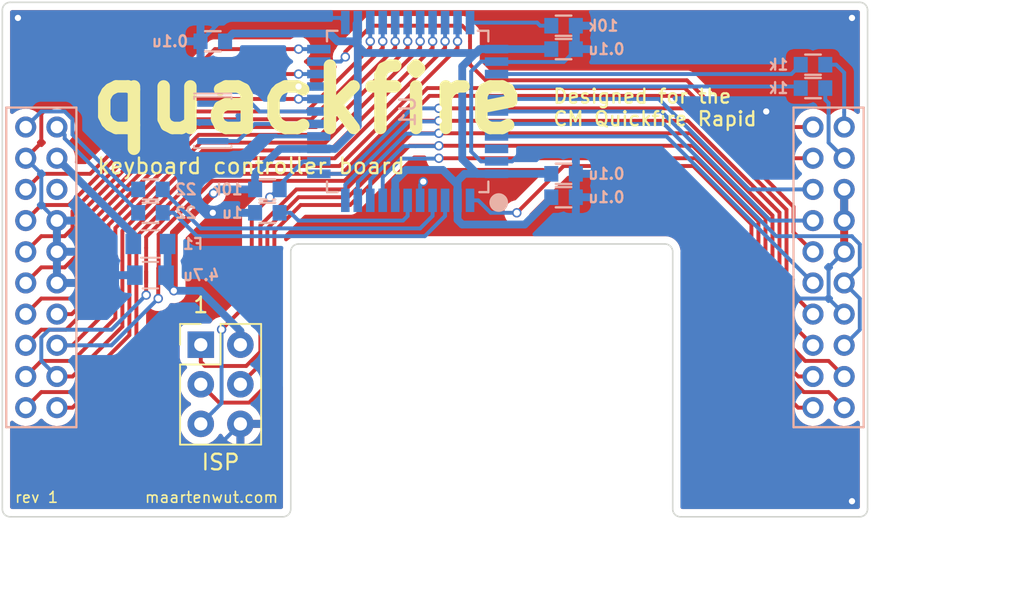
<source format=kicad_pcb>
(kicad_pcb (version 20200724) (host pcbnew "(5.99.0-2560-gff3d5f0de-dirty)")
  (layers (0 "F.Cu" signal) (31 "B.Cu" signal) (34 "B.Paste" user) (35 "F.Paste" user) (36 "B.SilkS" user) (37 "F.SilkS" user) (38 "B.Mask" user) (39 "F.Mask" user) (44 "Edge.Cuts" user))
  (net 0 "")
  (net 1 "GND")
  (net 2 "VCC")
  (net 3 "Net-(C108-Pad1)")
  (net 4 "D+")
  (net 5 "D-")
  (net 6 "col1")
  (net 7 "col10")
  (net 8 "col12")
  (net 9 "MOSI")
  (net 10 "MISO")
  (net 11 "Net-(H2-Pad4)")
  (net 12 "Net-(H2-Pad2)")
  (net 13 "SCK")
  (net 14 "Net-(R103-Pad1)")
  (net 15 "Net-(R104-Pad1)")
  (net 16 "col3")
  (net 17 "col4")
  (net 18 "col5")
  (net 19 "col6")
  (net 20 "col7")
  (net 21 "col8")
  (net 22 "col9")
  (net 23 "col11")
  (net 24 "col13")
  (net 25 "col14")
  (net 26 "row7")
  (net 27 "row6")
  (net 28 "row4")
  (net 29 "row3")
  (net 30 "row2")
  (net 31 "row1")
  (net 32 "row0")
  (net 33 "RST")
  (net 34 "LED_caps")
  (net 35 "LED_scroll")
  (net 36 "Net-(U1-Pad16)")
  (net 37 "Net-(U1-Pad17)")
  (net 38 "Net-(F1-Pad1)")
  (net 39 "Net-(R102-Pad1)")
  (module "footprints:PinHeader_2x10_P2.00mm_Vertical" (layer "F.Cu") (at 1.5 8)
    (fp_text reference "H1" hide)
    (fp_text value "Left")
    (pad "1" thru_hole circle (at 0 0) (size 1.35 1.35) (drill 0.8) (layers *.Cu *.Mask) (net 4 "D+"))
    (pad "2" thru_hole oval (at 2 0) (size 1.35 1.35) (drill 0.8) (layers *.Cu *.Mask) (net 5 "D-"))
    (pad "3" thru_hole oval (at 0 2) (size 1.35 1.35) (drill 0.8) (layers *.Cu *.Mask) (net 1 "GND"))
    (pad "4" thru_hole oval (at 2 2) (size 1.35 1.35) (drill 0.8) (layers *.Cu *.Mask) (net 38 "Net-(F1-Pad1)"))
    (pad "5" thru_hole oval (at 0 4) (size 1.35 1.35) (drill 0.8) (layers *.Cu *.Mask) (net 16 "col3"))
    (pad "6" thru_hole oval (at 2 4) (size 1.35 1.35) (drill 0.8) (layers *.Cu *.Mask))
    (pad "7" thru_hole oval (at 0 6) (size 1.35 1.35) (drill 0.8) (layers *.Cu *.Mask) (net 17 "col4"))
    (pad "8" thru_hole oval (at 2 6) (size 1.35 1.35) (drill 0.8) (layers *.Cu *.Mask) (net 1 "GND"))
    (pad "9" thru_hole oval (at 0 8) (size 1.35 1.35) (drill 0.8) (layers *.Cu *.Mask) (net 18 "col5"))
    (pad "10" thru_hole oval (at 2 8) (size 1.35 1.35) (drill 0.8) (layers *.Cu *.Mask) (net 1 "GND"))
    (pad "11" thru_hole oval (at 0 10) (size 1.35 1.35) (drill 0.8) (layers *.Cu *.Mask) (net 19 "col6"))
    (pad "12" thru_hole oval (at 2 10) (size 1.35 1.35) (drill 0.8) (layers *.Cu *.Mask) (net 1 "GND"))
    (pad "13" thru_hole oval (at 0 12) (size 1.35 1.35) (drill 0.8) (layers *.Cu *.Mask) (net 20 "col7"))
    (pad "14" thru_hole oval (at 2 12) (size 1.35 1.35) (drill 0.8) (layers *.Cu *.Mask) (net 21 "col8"))
    (pad "15" thru_hole oval (at 0 14) (size 1.35 1.35) (drill 0.8) (layers *.Cu *.Mask) (net 22 "col9"))
    (pad "16" thru_hole oval (at 2 14) (size 1.35 1.35) (drill 0.8) (layers *.Cu *.Mask) (net 7 "col10"))
    (pad "17" thru_hole oval (at 0 16) (size 1.35 1.35) (drill 0.8) (layers *.Cu *.Mask) (net 23 "col11"))
    (pad "18" thru_hole oval (at 2 16) (size 1.35 1.35) (drill 0.8) (layers *.Cu *.Mask) (net 8 "col12"))
    (pad "19" thru_hole oval (at 0 18) (size 1.35 1.35) (drill 0.8) (layers *.Cu *.Mask) (net 24 "col13"))
    (pad "20" thru_hole oval (at 2 18) (size 1.35 1.35) (drill 0.8) (layers *.Cu *.Mask) (net 25 "col14"))
  )
  (module "footprints:PinHeader_2x10_P2.00mm_Vertical" (layer "F.Cu") (at 52 8)
    (fp_text reference "H2" hide)
    (fp_text value "Right")
    (pad "1" thru_hole circle (at 0 0) (size 1.35 1.35) (drill 0.8) (layers *.Cu *.Mask) (net 32 "row0"))
    (pad "2" thru_hole oval (at 2 0) (size 1.35 1.35) (drill 0.8) (layers *.Cu *.Mask) (net 12 "Net-(H2-Pad2)"))
    (pad "3" thru_hole oval (at 0 2) (size 1.35 1.35) (drill 0.8) (layers *.Cu *.Mask) (net 8 "col12"))
    (pad "4" thru_hole oval (at 2 2) (size 1.35 1.35) (drill 0.8) (layers *.Cu *.Mask) (net 11 "Net-(H2-Pad4)"))
    (pad "5" thru_hole oval (at 0 4) (size 1.35 1.35) (drill 0.8) (layers *.Cu *.Mask) (net 31 "row1"))
    (pad "6" thru_hole oval (at 2 4) (size 1.35 1.35) (drill 0.8) (layers *.Cu *.Mask) (net 1 "GND"))
    (pad "7" thru_hole oval (at 0 6) (size 1.35 1.35) (drill 0.8) (layers *.Cu *.Mask) (net 30 "row2"))
    (pad "8" thru_hole oval (at 2 6) (size 1.35 1.35) (drill 0.8) (layers *.Cu *.Mask) (net 1 "GND"))
    (pad "9" thru_hole oval (at 0 8) (size 1.35 1.35) (drill 0.8) (layers *.Cu *.Mask) (net 7 "col10"))
    (pad "10" thru_hole oval (at 2 8) (size 1.35 1.35) (drill 0.8) (layers *.Cu *.Mask) (net 1 "GND"))
    (pad "11" thru_hole oval (at 0 10) (size 1.35 1.35) (drill 0.8) (layers *.Cu *.Mask) (net 29 "row3"))
    (pad "12" thru_hole oval (at 2 10) (size 1.35 1.35) (drill 0.8) (layers *.Cu *.Mask) (net 6 "col1"))
    (pad "13" thru_hole oval (at 0 12) (size 1.35 1.35) (drill 0.8) (layers *.Cu *.Mask) (net 28 "row4"))
    (pad "14" thru_hole oval (at 2 12) (size 1.35 1.35) (drill 0.8) (layers *.Cu *.Mask) (net 1 "GND"))
    (pad "15" thru_hole oval (at 0 14) (size 1.35 1.35) (drill 0.8) (layers *.Cu *.Mask) (net 10 "MISO"))
    (pad "16" thru_hole oval (at 2 14) (size 1.35 1.35) (drill 0.8) (layers *.Cu *.Mask) (net 6 "col1"))
    (pad "17" thru_hole oval (at 0 16) (size 1.35 1.35) (drill 0.8) (layers *.Cu *.Mask) (net 13 "SCK"))
    (pad "18" thru_hole oval (at 2 16) (size 1.35 1.35) (drill 0.8) (layers *.Cu *.Mask) (net 9 "MOSI"))
    (pad "19" thru_hole oval (at 0 18) (size 1.35 1.35) (drill 0.8) (layers *.Cu *.Mask) (net 27 "row6"))
    (pad "20" thru_hole oval (at 2 18) (size 1.35 1.35) (drill 0.8) (layers *.Cu *.Mask) (net 26 "row7"))
  )
  (module "Keeb_components:isp_standard" (layer "F.Cu") (at 14 24.5)
    (fp_text reference "J1" hide)
    (fp_text value "ISP" (at 0 5 180) (layer "F.SilkS"))
    (fp_text user "1" (at -1.27 -5.08) (layer "F.SilkS"))
    (pad "1" thru_hole rect (at -1.27 -2.54) (size 1.7 1.7) (drill 0.85) (layers *.Cu *.Mask) (net 10 "MISO"))
    (pad "2" thru_hole oval (at 1.27 -2.54) (size 1.7 1.7) (drill 0.85) (layers *.Cu *.Mask) (net 2 "VCC"))
    (pad "3" thru_hole oval (at -1.27 0) (size 1.7 1.7) (drill 0.85) (layers *.Cu *.Mask) (net 13 "SCK"))
    (pad "4" thru_hole oval (at 1.27 0) (size 1.7 1.7) (drill 0.85) (layers *.Cu *.Mask) (net 9 "MOSI"))
    (pad "5" thru_hole oval (at -1.27 2.54) (size 1.7 1.7) (drill 0.85) (layers *.Cu *.Mask) (net 33 "RST"))
    (pad "6" thru_hole oval (at 1.27 2.54) (size 1.7 1.7) (drill 0.85) (layers *.Cu *.Mask) (net 1 "GND"))
  )
  (module "Keeb_components:C_0603" (layer "B.Cu") (at 36 11)
    (fp_text reference "C106" hide)
    (fp_text value "0.1u" (at 1.5 0) (layer "B.SilkS") (effects (font (size 0.7 0.7)) (justify right mirror)))
    (pad "1" smd rect (at -0.7875 0) (size 0.9 1) (layers "B.Cu" "B.Paste" "B.Mask") (net 2 "VCC"))
    (pad "2" smd rect (at 0.7875 0) (size 0.9 1) (layers "B.Cu" "B.Paste" "B.Mask") (net 1 "GND"))
  )
  (module "Keeb_components:C_0603" (layer "B.Cu") (at 17 13.5 180)
    (fp_text reference "C108" hide)
    (fp_text value "1u" (at 1.5 0 180) (layer "B.SilkS") (effects (font (size 0.7 0.7)) (justify left mirror)))
    (pad "1" smd rect (at -0.7875 0 180) (size 0.9 1) (layers "B.Cu" "B.Paste" "B.Mask") (net 3 "Net-(C108-Pad1)"))
    (pad "2" smd rect (at 0.7875 0 180) (size 0.9 1) (layers "B.Cu" "B.Paste" "B.Mask") (net 1 "GND"))
  )
  (module "Keeb_components:ATMEGA32U4" (layer "B.Cu") (at 26 7 90)
    (fp_text reference "U1" (at 0 0 90) (layer "B.SilkS") (effects (justify mirror)))
    (fp_text value "ATmega32U4")
    (pad "1" smd rect (at -5.7 4 90) (size 1.5 0.55) (layers "B.Cu" "B.Paste" "B.Mask") (net 27 "row6"))
    (pad "2" smd rect (at -5.7 3.2 90) (size 1.5 0.55) (layers "B.Cu" "B.Paste" "B.Mask") (net 2 "VCC"))
    (pad "3" smd rect (at -5.7 2.4 90) (size 1.5 0.55) (layers "B.Cu" "B.Paste" "B.Mask") (net 15 "Net-(R104-Pad1)"))
    (pad "4" smd rect (at -5.7 1.6 90) (size 1.5 0.55) (layers "B.Cu" "B.Paste" "B.Mask") (net 14 "Net-(R103-Pad1)"))
    (pad "5" smd rect (at -5.7 0.8 90) (size 1.5 0.55) (layers "B.Cu" "B.Paste" "B.Mask") (net 1 "GND"))
    (pad "6" smd rect (at -5.7 0 90) (size 1.5 0.55) (layers "B.Cu" "B.Paste" "B.Mask") (net 3 "Net-(C108-Pad1)"))
    (pad "7" smd rect (at -5.7 -0.8 90) (size 1.5 0.55) (layers "B.Cu" "B.Paste" "B.Mask") (net 2 "VCC"))
    (pad "8" smd rect (at -5.7 -1.6 90) (size 1.5 0.55) (layers "B.Cu" "B.Paste" "B.Mask") (net 26 "row7"))
    (pad "9" smd rect (at -5.7 -2.4 90) (size 1.5 0.55) (layers "B.Cu" "B.Paste" "B.Mask") (net 13 "SCK"))
    (pad "10" smd rect (at -5.7 -3.2 90) (size 1.5 0.55) (layers "B.Cu" "B.Paste" "B.Mask") (net 9 "MOSI"))
    (pad "11" smd rect (at -5.7 -4 90) (size 1.5 0.55) (layers "B.Cu" "B.Paste" "B.Mask") (net 10 "MISO"))
    (pad "12" smd rect (at -4 -5.7) (size 1.5 0.55) (layers "B.Cu" "B.Paste" "B.Mask") (net 28 "row4"))
    (pad "13" smd rect (at -3.2 -5.7) (size 1.5 0.55) (layers "B.Cu" "B.Paste" "B.Mask") (net 33 "RST"))
    (pad "14" smd rect (at -2.4 -5.7) (size 1.5 0.55) (layers "B.Cu" "B.Paste" "B.Mask") (net 2 "VCC"))
    (pad "15" smd rect (at -1.6 -5.7) (size 1.5 0.55) (layers "B.Cu" "B.Paste" "B.Mask") (net 1 "GND"))
    (pad "16" smd rect (at -0.8 -5.7) (size 1.5 0.55) (layers "B.Cu" "B.Paste" "B.Mask") (net 36 "Net-(U1-Pad16)"))
    (pad "17" smd rect (at 0 -5.7) (size 1.5 0.55) (layers "B.Cu" "B.Paste" "B.Mask") (net 37 "Net-(U1-Pad17)"))
    (pad "18" smd rect (at 0.8 -5.7) (size 1.5 0.55) (layers "B.Cu" "B.Paste" "B.Mask") (net 19 "col6"))
    (pad "19" smd rect (at 1.6 -5.7) (size 1.5 0.55) (layers "B.Cu" "B.Paste" "B.Mask") (net 18 "col5"))
    (pad "20" smd rect (at 2.4 -5.7) (size 1.5 0.55) (layers "B.Cu" "B.Paste" "B.Mask") (net 17 "col4"))
    (pad "21" smd rect (at 3.2 -5.7) (size 1.5 0.55) (layers "B.Cu" "B.Paste" "B.Mask") (net 32 "row0"))
    (pad "22" smd rect (at 4 -5.7) (size 1.5 0.55) (layers "B.Cu" "B.Paste" "B.Mask") (net 16 "col3"))
    (pad "23" smd rect (at 5.7 -4 90) (size 1.5 0.55) (layers "B.Cu" "B.Paste" "B.Mask") (net 1 "GND"))
    (pad "24" smd rect (at 5.7 -3.2 90) (size 1.5 0.55) (layers "B.Cu" "B.Paste" "B.Mask") (net 2 "VCC"))
    (pad "25" smd rect (at 5.7 -2.4 90) (size 1.5 0.55) (layers "B.Cu" "B.Paste" "B.Mask") (net 20 "col7"))
    (pad "26" smd rect (at 5.7 -1.6 90) (size 1.5 0.55) (layers "B.Cu" "B.Paste" "B.Mask") (net 21 "col8"))
    (pad "27" smd rect (at 5.7 -0.8 90) (size 1.5 0.55) (layers "B.Cu" "B.Paste" "B.Mask") (net 22 "col9"))
    (pad "28" smd rect (at 5.7 0 90) (size 1.5 0.55) (layers "B.Cu" "B.Paste" "B.Mask") (net 7 "col10"))
    (pad "29" smd rect (at 5.7 0.8 90) (size 1.5 0.55) (layers "B.Cu" "B.Paste" "B.Mask") (net 23 "col11"))
    (pad "30" smd rect (at 5.7 1.6 90) (size 1.5 0.55) (layers "B.Cu" "B.Paste" "B.Mask") (net 8 "col12"))
    (pad "31" smd rect (at 5.7 2.4 90) (size 1.5 0.55) (layers "B.Cu" "B.Paste" "B.Mask") (net 24 "col13"))
    (pad "32" smd rect (at 5.7 3.2 90) (size 1.5 0.55) (layers "B.Cu" "B.Paste" "B.Mask") (net 25 "col14"))
    (pad "33" smd rect (at 5.7 4 90) (size 1.5 0.55) (layers "B.Cu" "B.Paste" "B.Mask") (net 39 "Net-(R102-Pad1)"))
    (pad "34" smd rect (at 4 5.7) (size 1.5 0.55) (layers "B.Cu" "B.Paste" "B.Mask") (net 2 "VCC"))
    (pad "35" smd rect (at 3.2 5.7) (size 1.5 0.55) (layers "B.Cu" "B.Paste" "B.Mask") (net 1 "GND"))
    (pad "36" smd rect (at 2.4 5.7) (size 1.5 0.55) (layers "B.Cu" "B.Paste" "B.Mask") (net 34 "LED_caps"))
    (pad "37" smd rect (at 1.6 5.7) (size 1.5 0.55) (layers "B.Cu" "B.Paste" "B.Mask") (net 35 "LED_scroll"))
    (pad "38" smd rect (at 0.8 5.7) (size 1.5 0.55) (layers "B.Cu" "B.Paste" "B.Mask") (net 31 "row1"))
    (pad "39" smd rect (at 0 5.7) (size 1.5 0.55) (layers "B.Cu" "B.Paste" "B.Mask") (net 30 "row2"))
    (pad "40" smd rect (at -0.8 5.7) (size 1.5 0.55) (layers "B.Cu" "B.Paste" "B.Mask") (net 6 "col1"))
    (pad "41" smd rect (at -1.6 5.7) (size 1.5 0.55) (layers "B.Cu" "B.Paste" "B.Mask") (net 29 "row3"))
    (pad "42" smd rect (at -2.4 5.7) (size 1.5 0.55) (layers "B.Cu" "B.Paste" "B.Mask"))
    (pad "43" smd rect (at -3.2 5.7) (size 1.5 0.55) (layers "B.Cu" "B.Paste" "B.Mask") (net 1 "GND"))
    (pad "44" smd rect (at -4 5.7) (size 1.5 0.55) (layers "B.Cu" "B.Paste" "B.Mask") (net 2 "VCC"))
  )
  (module "Keeb_components:C_0603" (layer "B.Cu") (at 13.5 2.5 180)
    (fp_text reference "C103" hide)
    (fp_text value "0.1u" (at 1.5 0 180) (layer "B.SilkS") (effects (font (size 0.7 0.7)) (justify left mirror)))
    (pad "1" smd rect (at -0.7875 0 180) (size 0.9 1) (layers "B.Cu" "B.Paste" "B.Mask") (net 2 "VCC"))
    (pad "2" smd rect (at 0.7875 0 180) (size 0.9 1) (layers "B.Cu" "B.Paste" "B.Mask") (net 1 "GND"))
  )
  (module "Keeb_components:C_0603" (layer "B.Cu") (at 36 3)
    (fp_text reference "C104" hide)
    (fp_text value "0.1u" (at 1.5 0) (layer "B.SilkS") (effects (font (size 0.7 0.7)) (justify right mirror)))
    (pad "1" smd rect (at -0.7875 0) (size 0.9 1) (layers "B.Cu" "B.Paste" "B.Mask") (net 2 "VCC"))
    (pad "2" smd rect (at 0.7875 0) (size 0.9 1) (layers "B.Cu" "B.Paste" "B.Mask") (net 1 "GND"))
  )
  (module "Keeb_components:R_0603" (layer "B.Cu") (at 36 1.5)
    (fp_text reference "R102" hide)
    (fp_text value "10k" (at 1.5 0) (layer "B.SilkS") (effects (font (size 0.7 0.7)) (justify right mirror)))
    (pad "1" smd rect (at -0.7875 0) (size 0.9 1) (layers "B.Cu" "B.Paste" "B.Mask") (net 39 "Net-(R102-Pad1)"))
    (pad "2" smd rect (at 0.7875 0) (size 0.9 1) (layers "B.Cu" "B.Paste" "B.Mask") (net 1 "GND"))
  )
  (module "Keeb_components:C_0603" (layer "B.Cu") (at 36 12.5)
    (fp_text reference "C105" hide)
    (fp_text value "0.1u" (at 1.5 0) (layer "B.SilkS") (effects (font (size 0.7 0.7)) (justify right mirror)))
    (pad "1" smd rect (at -0.7875 0) (size 0.9 1) (layers "B.Cu" "B.Paste" "B.Mask") (net 2 "VCC"))
    (pad "2" smd rect (at 0.7875 0) (size 0.9 1) (layers "B.Cu" "B.Paste" "B.Mask") (net 1 "GND"))
  )
  (module "Keeb_components:R_0603" (layer "B.Cu") (at 17 12)
    (fp_text reference "R101" hide)
    (fp_text value "10k" (at -1.5 0) (layer "B.SilkS") (effects (font (size 0.7 0.7)) (justify left mirror)))
    (pad "1" smd rect (at -0.7875 0) (size 0.9 1) (layers "B.Cu" "B.Paste" "B.Mask") (net 2 "VCC"))
    (pad "2" smd rect (at 0.7875 0) (size 0.9 1) (layers "B.Cu" "B.Paste" "B.Mask") (net 33 "RST"))
  )
  (module "Keeb_components:R_0603" (layer "B.Cu") (at 9.5 12 180)
    (fp_text reference "R103" hide)
    (fp_text value "22" (at -1.5 0 180) (layer "B.SilkS") (effects (font (size 0.7 0.7)) (justify right mirror)))
    (pad "1" smd rect (at -0.7875 0 180) (size 0.9 1) (layers "B.Cu" "B.Paste" "B.Mask") (net 14 "Net-(R103-Pad1)"))
    (pad "2" smd rect (at 0.7875 0 180) (size 0.9 1) (layers "B.Cu" "B.Paste" "B.Mask") (net 4 "D+"))
  )
  (module "Keeb_components:R_0603" (layer "B.Cu") (at 9.5 13.5 180)
    (fp_text reference "R104" hide)
    (fp_text value "22" (at -1.5 0 180) (layer "B.SilkS") (effects (font (size 0.7 0.7)) (justify right mirror)))
    (pad "1" smd rect (at -0.7875 0 180) (size 0.9 1) (layers "B.Cu" "B.Paste" "B.Mask") (net 15 "Net-(R104-Pad1)"))
    (pad "2" smd rect (at 0.7875 0 180) (size 0.9 1) (layers "B.Cu" "B.Paste" "B.Mask") (net 5 "D-"))
  )
  (module "Keeb_components:Resonator_SMD_muRata_CSTNExxV-3Pin-p1.2" (layer "B.Cu") (at 13.5 7.7 -90)
    (fp_text reference "X1" hide)
    (fp_text value "16mhz")
    (pad "1" smd rect (at -1.2 0 270) (size 0.4 2) (layers "B.Cu" "B.Paste" "B.Mask") (net 37 "Net-(U1-Pad17)"))
    (pad "2" smd rect (at 1.2 0 270) (size 0.4 2) (layers "B.Cu" "B.Paste" "B.Mask") (net 36 "Net-(U1-Pad16)"))
    (pad "3" smd rect (at 0 0 270) (size 0.4 2) (layers "B.Cu" "B.Paste" "B.Mask") (net 1 "GND"))
  )
  (module "Keeb_components:C_0805" (layer "B.Cu") (at 9.5 17.5 180)
    (fp_text reference "C107")
    (fp_text value "4.7u" (at -2 0 180) (layer "B.SilkS") (effects (font (size 0.7 0.7)) (justify right mirror)))
    (pad "1" smd rect (at -1 0 180) (size 1 1.25) (layers "B.Cu" "B.Paste" "B.Mask") (net 2 "VCC"))
    (pad "2" smd rect (at 1 0 180) (size 1 1.25) (layers "B.Cu" "B.Paste" "B.Mask") (net 1 "GND"))
  )
  (module "Keeb_components:R_0603" (layer "B.Cu") (at 52 5.5 180)
    (fp_text reference "R106" hide)
    (fp_text value "1k" (at 1.5 0 180) (layer "B.SilkS") (effects (font (size 0.7 0.7)) (justify left mirror)))
    (pad "1" smd rect (at -0.7875 0 180) (size 0.9 1) (layers "B.Cu" "B.Paste" "B.Mask") (net 11 "Net-(H2-Pad4)"))
    (pad "2" smd rect (at 0.7875 0 180) (size 0.9 1) (layers "B.Cu" "B.Paste" "B.Mask") (net 35 "LED_scroll"))
  )
  (module "Keeb_components:R_0603" (layer "B.Cu") (at 52 4 180)
    (fp_text reference "R105" hide)
    (fp_text value "1k" (at 1.5 0 180) (layer "B.SilkS") (effects (font (size 0.7 0.7)) (justify left mirror)))
    (pad "1" smd rect (at -0.7875 0 180) (size 0.9 1) (layers "B.Cu" "B.Paste" "B.Mask") (net 12 "Net-(H2-Pad2)"))
    (pad "2" smd rect (at 0.7875 0 180) (size 0.9 1) (layers "B.Cu" "B.Paste" "B.Mask") (net 34 "LED_caps"))
  )
  (module "Keeb_components:R_0805" (layer "B.Cu") (at 9.5 15.5)
    (fp_text reference "F1" (at 2 0 -180) (layer "B.SilkS") (effects (font (size 0.7 0.7)) (justify right mirror)))
    (fp_text value "Polyfuse_Small" hide)
    (pad "1" smd rect (at -1.1 0) (size 1 1.3) (layers "B.Cu" "B.Paste" "B.Mask") (net 38 "Net-(F1-Pad1)"))
    (pad "2" smd rect (at 1.1 0) (size 1 1.3) (layers "B.Cu" "B.Paste" "B.Mask") (net 2 "VCC"))
  )
  (gr_arc (start 0.5 32.5) (end 0 32.5) (angle -90) (layer "Edge.Cuts") (width 0.1))
  (gr_arc (start 0.5 0.5) (end 0.5 0) (angle -90) (layer "Edge.Cuts") (width 0.1))
  (gr_arc (start 19 16) (end 19 15.5) (angle -90) (layer "Edge.Cuts") (width 0.1))
  (gr_line (start 55.5 0.5) (end 55.5 32.5) (layer "Edge.Cuts") (width 0.1))
  (gr_line (start 55 33) (end 43.5 33) (layer "Edge.Cuts") (width 0.1))
  (gr_arc (start 55 32.5) (end 55 33) (angle -90) (layer "Edge.Cuts") (width 0.1))
  (gr_line (start 18 33) (end 0.5 33) (layer "Edge.Cuts") (width 0.1))
  (gr_arc (start 42.5 16) (end 43 16) (angle -90) (layer "Edge.Cuts") (width 0.1))
  (gr_line (start 0 0.5) (end 0 32.5) (layer "Edge.Cuts") (width 0.1))
  (gr_line (start 42.5 15.5) (end 19 15.5) (layer "Edge.Cuts") (width 0.1))
  (gr_arc (start 43.5 32.5) (end 43 32.5) (angle -90) (layer "Edge.Cuts") (width 0.1))
  (gr_line (start 0.5 0) (end 55 0) (layer "Edge.Cuts") (width 0.1))
  (gr_line (start 18.5 16) (end 18.5 32.5) (layer "Edge.Cuts") (width 0.1))
  (gr_arc (start 55 0.5) (end 55.5 0.5) (angle -90) (layer "Edge.Cuts") (width 0.1))
  (gr_arc (start 18 32.5) (end 18 33) (angle -90) (layer "Edge.Cuts") (width 0.1))
  (gr_line (start 43 32.5) (end 43 16) (layer "Edge.Cuts") (width 0.1))
  (gr_text "maartenwut.com" (at 17.75 31.75) (layer "F.SilkS") (effects (font (size 0.7 0.7) (thickness 0.1)) (justify right)))
  (gr_text "rev 1" (at 0.75 31.75) (layer "F.SilkS") (effects (font (size 0.7 0.7) (thickness 0.1)) (justify left)))
  (gr_text "Designed for the\nCM Quickfire Rapid" (at 35.25 6.75) (layer "F.SilkS") (effects (font (size 0.9 0.9)) (justify left)))
  (gr_text "keyboard controller board" (at 6 10.5) (layer "F.SilkS") (effects (font (size 1 1)) (justify left)))
  (gr_text "quackfire" (at 5.25 6.25) (layer "F.SilkS") (effects (font (size 4 4) (thickness 0.8)) (justify left)))
  (segment (start 2.5 9) (end 2.5 6) (width 0.25) (layer "F.Cu") (net 1))
  (segment (start 1.5 10) (end 2.5 9) (width 0.25) (layer "F.Cu") (net 1))
  (via (at 54.5 32) (size 0.6) (drill 0.4) (layers "F.Cu" "B.Cu") (net 1))
  (via (at 1 1) (size 0.6) (drill 0.4) (layers "F.Cu" "B.Cu") (net 1))
  (via (at 49 7) (size 0.6) (drill 0.4) (layers "F.Cu" "B.Cu") (net 1))
  (via (at 54.5 1) (size 0.6) (drill 0.4) (layers "F.Cu" "B.Cu") (net 1))
  (via (at 27 11.500001) (size 0.6) (drill 0.4) (layers "F.Cu" "B.Cu") (net 1))
  (via (at 13.5 13.5) (size 0.6) (drill 0.4) (layers "F.Cu" "B.Cu") (net 1))
  (segment (start 53 19) (end 50.5 19) (width 0.25) (layer "B.Cu") (net 1))
  (segment (start 2.825001 13.325001) (end 3.5 14) (width 0.25) (layer "B.Cu") (net 1))
  (segment (start 1.5 10) (end 2.5 11) (width 0.25) (layer "B.Cu") (net 1))
  (segment (start 21.7 1) (end 22 1.3) (width 0.25) (layer "B.Cu") (net 1))
  (segment (start 54 16) (end 53 17) (width 0.25) (layer "B.Cu") (net 1))
  (segment (start 53 17) (end 53 19) (width 0.25) (layer "B.Cu") (net 1))
  (segment (start 33.4 9.5) (end 36.5 9.5) (width 0.25) (layer "B.Cu") (net 1))
  (segment (start 31.7 10.2) (end 32.7 10.2) (width 0.25) (layer "B.Cu") (net 1))
  (segment (start 12.7125 2.5) (end 14.2125 1) (width 0.25) (layer "B.Cu") (net 1))
  (segment (start 36.012499 3.825001) (end 36.7875 3.05) (width 0.25) (layer "B.Cu") (net 1))
  (segment (start 31.7 3.8) (end 30.7 3.8) (width 0.25) (layer "B.Cu") (net 1))
  (segment (start 53 19) (end 54 20) (width 0.25) (layer "B.Cu") (net 1))
  (segment (start 26.8 11.700001) (end 27 11.500001) (width 0.25) (layer "B.Cu") (net 1))
  (segment (start 30.07501 9.57501) (end 30.7 10.2) (width 0.25) (layer "B.Cu") (net 1))
  (segment (start 2.5 13) (end 2.825001 13.325001) (width 0.25) (layer "B.Cu") (net 1))
  (segment (start 12.65 7.8125) (end 12.65 7.65) (width 0.25) (layer "B.Cu") (net 1))
  (segment (start 30.07501 4.42499) (end 30.07501 9.57501) (width 0.25) (layer "B.Cu") (net 1))
  (segment (start 36.5 9.5) (end 36.7875 9.7875) (width 0.25) (layer "B.Cu") (net 1))
  (segment (start 32.2 3.8) (end 32.225001 3.825001) (width 0.25) (layer "B.Cu") (net 1))
  (segment (start 26.8 12.7) (end 26.8 11.700001) (width 0.25) (layer "B.Cu") (net 1))
  (segment (start 32.7 10.2) (end 33.4 9.5) (width 0.25) (layer "B.Cu") (net 1))
  (segment (start 20.3 8.6) (end 16.9 8.6) (width 0.25) (layer "B.Cu") (net 1))
  (segment (start 32.225001 3.825001) (end 36.012499 3.825001) (width 0.25) (layer "B.Cu") (net 1))
  (segment (start 30.7 3.8) (end 30.07501 4.42499) (width 0.25) (layer "B.Cu") (net 1))
  (segment (start 14.2125 1) (end 21.7 1) (width 0.25) (layer "B.Cu") (net 1))
  (segment (start 36.7875 3.05) (end 36.7875 3) (width 0.25) (layer "B.Cu") (net 1))
  (segment (start 2.5 11) (end 2.5 13) (width 0.25) (layer "B.Cu") (net 1))
  (segment (start 36.7875 9.7875) (end 36.7875 11) (width 0.25) (layer "B.Cu") (net 1))
  (segment (start 31.7 3.8) (end 32.2 3.8) (width 0.25) (layer "B.Cu") (net 1))
  (segment (start 16.9 8.6) (end 15 10.5) (width 0.25) (layer "B.Cu") (net 1))
  (segment (start 15.27 27.04) (end 14 28.31) (width 0.25) (layer "B.Cu") (net 1))
  (segment (start 14 28.31) (end 14 29.5) (width 0.25) (layer "B.Cu") (net 1))
  (segment (start 30.7 10.2) (end 31.7 10.2) (width 0.25) (layer "B.Cu") (net 1))
  (segment (start 11 18.5) (end 11 14.793624) (width 0.5) (layer "F.Cu") (net 2))
  (segment (start 11.370083 14.423541) (end 11.896812 13.896812) (width 0.5) (layer "F.Cu") (net 2))
  (segment (start 12.5 13.293624) (end 13.543624 12.25) (width 0.5) (layer "F.Cu") (net 2))
  (segment (start 11 14.793624) (end 11.896812 13.896812) (width 0.5) (layer "F.Cu") (net 2))
  (segment (start 11.896812 13.896812) (end 12.5 13.293624) (width 0.5) (layer "F.Cu") (net 2))
  (via (at 13.543624 12.25) (size 0.6) (drill 0.4) (layers "F.Cu" "B.Cu") (net 2))
  (via (at 11 18.5) (size 0.6) (drill 0.4) (layers "F.Cu" "B.Cu") (net 2))
  (segment (start 20.3 9.4) (end 21.335002 9.4) (width 0.5) (layer "B.Cu") (net 2))
  (segment (start 29.2 11.7) (end 28.250001 10.750001) (width 0.5) (layer "B.Cu") (net 2))
  (segment (start 30.664998 3) (end 30.414997 3.250001) (width 0.5) (layer "B.Cu") (net 2))
  (segment (start 35.2125 12.55) (end 35.2125 12.5) (width 0.5) (layer "B.Cu") (net 2))
  (segment (start 21.335002 9.4) (end 22.8 7.935002) (width 0.5) (layer "B.Cu") (net 2))
  (segment (start 35.2125 3) (end 31.7 3) (width 0.5) (layer "B.Cu") (net 2))
  (segment (start 29.2 11.45) (end 29.2 12.7) (width 0.5) (layer "B.Cu") (net 2))
  (segment (start 14.2875 2.5) (end 14.7875 2) (width 0.5) (layer "B.Cu") (net 2))
  (segment (start 31.7 3) (end 30.664998 3) (width 0.5) (layer "B.Cu") (net 2))
  (segment (start 10.6 15.5) (end 10.6 17.4) (width 0.5) (layer "B.Cu") (net 2))
  (segment (start 19.05 9.4) (end 20.3 9.4) (width 0.5) (layer "B.Cu") (net 2))
  (segment (start 10.5 17.5) (end 10.5 18) (width 0.5) (layer "B.Cu") (net 2))
  (segment (start 33.512499 14.250001) (end 35.2125 12.55) (width 0.5) (layer "B.Cu") (net 2))
  (segment (start 31.7 11) (end 29.65 11) (width 0.5) (layer "B.Cu") (net 2))
  (segment (start 15.27 21.07963) (end 15.27 21.96) (width 0.5) (layer "B.Cu") (net 2))
  (segment (start 13.543624 12.25) (end 13.793624 12) (width 0.5) (layer "B.Cu") (net 2))
  (segment (start 31.7 3) (end 30.610026 3) (width 0.5) (layer "B.Cu") (net 2))
  (segment (start 13.793624 12) (end 16.2125 12) (width 0.5) (layer "B.Cu") (net 2))
  (segment (start 29.2 12.7) (end 29.2 11.7) (width 0.5) (layer "B.Cu") (net 2))
  (segment (start 29.65 11) (end 29.2 11.45) (width 0.5) (layer "B.Cu") (net 2))
  (segment (start 29.5 10.05) (end 30.45 11) (width 0.5) (layer "B.Cu") (net 2))
  (segment (start 29.5 4.110026) (end 29.5 10.05) (width 0.5) (layer "B.Cu") (net 2))
  (segment (start 25.2 11.45) (end 25.2 12.7) (width 0.5) (layer "B.Cu") (net 2))
  (segment (start 11 18.5) (end 12.69037 18.5) (width 0.5) (layer "B.Cu") (net 2))
  (segment (start 28.250001 10.750001) (end 25.899999 10.750001) (width 0.5) (layer "B.Cu") (net 2))
  (segment (start 30.45 11) (end 31.7 11) (width 0.5) (layer "B.Cu") (net 2))
  (segment (start 14.7875 2) (end 21 2) (width 0.5) (layer "B.Cu") (net 2))
  (segment (start 29.2 13.95) (end 29.500001 14.250001) (width 0.5) (layer "B.Cu") (net 2))
  (segment (start 16.2125 12) (end 16.2125 11) (width 0.5) (layer "B.Cu") (net 2))
  (segment (start 25.899999 10.750001) (end 25.2 11.45) (width 0.5) (layer "B.Cu") (net 2))
  (segment (start 12.69037 18.5) (end 15.27 21.07963) (width 0.5) (layer "B.Cu") (net 2))
  (segment (start 22.725001 1.374999) (end 22.8 1.3) (width 0.5) (layer "B.Cu") (net 2))
  (segment (start 17.8125 9.4) (end 19.05 9.4) (width 0.5) (layer "B.Cu") (net 2))
  (segment (start 16.2125 11) (end 17.8125 9.4) (width 0.5) (layer "B.Cu") (net 2))
  (segment (start 29.500001 14.250001) (end 33.512499 14.250001) (width 0.5) (layer "B.Cu") (net 2))
  (segment (start 21 2) (end 21.500001 2.500001) (width 0.5) (layer "B.Cu") (net 2))
  (segment (start 22.8 2.335002) (end 22.8 1.3) (width 0.5) (layer "B.Cu") (net 2))
  (segment (start 10.6 17.4) (end 10.5 17.5) (width 0.5) (layer "B.Cu") (net 2))
  (segment (start 30.414997 3.250001) (end 23.250001 3.250001) (width 0.5) (layer "B.Cu") (net 2))
  (segment (start 22.8 2.55) (end 22.8 1.3) (width 0.5) (layer "B.Cu") (net 2))
  (segment (start 22.725001 2.725001) (end 22.725001 1.374999) (width 0.5) (layer "B.Cu") (net 2))
  (segment (start 22.635001 2.500001) (end 22.8 2.335002) (width 0.5) (layer "B.Cu") (net 2))
  (segment (start 22.8 7.935002) (end 22.8 2.55) (width 0.5) (layer "B.Cu") (net 2))
  (segment (start 29.2 12.7) (end 29.2 13.95) (width 0.5) (layer "B.Cu") (net 2))
  (segment (start 31.7 11) (end 35.2125 11) (width 0.5) (layer "B.Cu") (net 2))
  (segment (start 21.500001 2.500001) (end 22.635001 2.500001) (width 0.5) (layer "B.Cu") (net 2))
  (segment (start 30.610026 3) (end 29.5 4.110026) (width 0.5) (layer "B.Cu") (net 2))
  (segment (start 10.5 18) (end 11 18.5) (width 0.5) (layer "B.Cu") (net 2))
  (segment (start 23.250001 3.250001) (end 22.725001 2.725001) (width 0.5) (layer "B.Cu") (net 2))
  (segment (start 26 13.7) (end 25.7 14) (width 0.25) (layer "B.Cu") (net 3))
  (segment (start 25.7 14) (end 18.9875 14) (width 0.25) (layer "B.Cu") (net 3))
  (segment (start 18.4875 13.5) (end 17.7875 13.5) (width 0.25) (layer "B.Cu") (net 3))
  (segment (start 26 12.7) (end 26 13.7) (width 0.25) (layer "B.Cu") (net 3))
  (segment (start 18.9875 14) (end 18.4875 13.5) (width 0.25) (layer "B.Cu") (net 3))
  (segment (start 4.5 8.4875) (end 4.5 7.499999) (width 0.25) (layer "B.Cu") (net 4))
  (segment (start 1.5 8) (end 2 7.5) (width 0.25) (layer "B.Cu") (net 4))
  (segment (start 4.5 7.499999) (end 4 6.999999) (width 0.25) (layer "B.Cu") (net 4))
  (segment (start 2.500001 6.999999) (end 2 7.5) (width 0.25) (layer "B.Cu") (net 4))
  (segment (start 8.0125 12) (end 4.5 8.4875) (width 0.25) (layer "B.Cu") (net 4))
  (segment (start 8.7125 12) (end 8.0125 12) (width 0.25) (layer "B.Cu") (net 4))
  (segment (start 4 6.999999) (end 2.500001 6.999999) (width 0.25) (layer "B.Cu") (net 4))
  (segment (start 3.5 8) (end 4 8.5) (width 0.25) (layer "B.Cu") (net 5))
  (segment (start 4 8.7375) (end 4 8.5) (width 0.25) (layer "B.Cu") (net 5))
  (segment (start 8.7125 13.5) (end 8.7125 13.45) (width 0.25) (layer "B.Cu") (net 5))
  (segment (start 8.7125 13.45) (end 4 8.7375) (width 0.25) (layer "B.Cu") (net 5))
  (segment (start 42.43641 7.8) (end 41.5 7.8) (width 0.25) (layer "B.Cu") (net 6))
  (segment (start 55.000001 20.999999) (end 55.000001 19.000001) (width 0.25) (layer "B.Cu") (net 6))
  (segment (start 49.63641 15) (end 42.43641 7.8) (width 0.25) (layer "B.Cu") (net 6))
  (segment (start 54.5 15) (end 49.63641 15) (width 0.25) (layer "B.Cu") (net 6))
  (segment (start 55.000001 15.519999) (end 54.5 15.019998) (width 0.25) (layer "B.Cu") (net 6))
  (segment (start 54 18) (end 55.000001 16.999999) (width 0.25) (layer "B.Cu") (net 6))
  (segment (start 55.000001 16.999999) (end 55.000001 15.519999) (width 0.25) (layer "B.Cu") (net 6))
  (segment (start 54.5 15.019998) (end 54.5 15) (width 0.25) (layer "B.Cu") (net 6))
  (segment (start 41.5 7.8) (end 31.7 7.8) (width 0.25) (layer "B.Cu") (net 6))
  (segment (start 54 22) (end 55.000001 20.999999) (width 0.25) (layer "B.Cu") (net 6))
  (segment (start 55.000001 19.000001) (end 54 18) (width 0.25) (layer "B.Cu") (net 6))
  (segment (start 50.750049 13.113639) (end 50.750048 14.750048) (width 0.25) (layer "F.Cu") (net 7))
  (segment (start 13.45973 11.45001) (end 21.947096 11.450009) (width 0.25) (layer "F.Cu") (net 7))
  (segment (start 20.424273 8.5) (end 12.59128 8.5) (width 0.25) (layer "F.Cu") (net 7))
  (segment (start 10.025081 14.884659) (end 10.025081 16) (width 0.25) (layer "F.Cu") (net 7))
  (segment (start 4.5 22) (end 3.5 22) (width 0.25) (layer "F.Cu") (net 7))
  (segment (start 26.000009 2.924264) (end 20.424273 8.5) (width 0.25) (layer "F.Cu") (net 7))
  (segment (start 50.750048 14.750048) (end 52 16) (width 0.25) (layer "F.Cu") (net 7))
  (segment (start 26.000009 2.5) (end 26.000009 2.924264) (width 0.25) (layer "F.Cu") (net 7))
  (segment (start 10 19) (end 10 17.050162) (width 0.25) (layer "F.Cu") (net 7))
  (segment (start 6.800038 14.291242) (end 6.800038 19.699962) (width 0.25) (layer "F.Cu") (net 7))
  (segment (start 10.15974 14.75) (end 13.45973 11.45001) (width 0.25) (layer "F.Cu") (net 7))
  (segment (start 27.397105 6) (end 43.63641 6) (width 0.25) (layer "F.Cu") (net 7))
  (segment (start 10 17.050162) (end 10.025081 17.025081) (width 0.25) (layer "F.Cu") (net 7))
  (segment (start 6.800038 19.699962) (end 4.5 22) (width 0.25) (layer "F.Cu") (net 7))
  (segment (start 21.947096 11.450009) (end 27.397105 6) (width 0.25) (layer "F.Cu") (net 7))
  (segment (start 43.63641 6) (end 50.750049 13.113639) (width 0.25) (layer "F.Cu") (net 7))
  (segment (start 10.025081 17.025081) (end 10.025081 18) (width 0.25) (layer "F.Cu") (net 7))
  (segment (start 10.025081 16) (end 10.025081 17.025081) (width 0.25) (layer "F.Cu") (net 7))
  (segment (start 10.15974 14.75) (end 10.025081 14.884659) (width 0.25) (layer "F.Cu") (net 7))
  (segment (start 12.59128 8.5) (end 6.800038 14.291242) (width 0.25) (layer "F.Cu") (net 7))
  (via (at 10 19) (size 0.6) (drill 0.4) (layers "F.Cu" "B.Cu") (net 7))
  (via (at 26.000009 2.5) (size 0.6) (drill 0.4) (layers "F.Cu" "B.Cu") (net 7))
  (segment (start 3.5 22) (end 6 22) (width 0.25) (layer "B.Cu") (net 7))
  (segment (start 26 1.3) (end 26 2.499991) (width 0.25) (layer "B.Cu") (net 7))
  (segment (start 26 2.499991) (end 26.000009 2.5) (width 0.25) (layer "B.Cu") (net 7))
  (segment (start 6 22) (end 7 22) (width 0.25) (layer "B.Cu") (net 7))
  (segment (start 6 22) (end 6.63641 22) (width 0.25) (layer "B.Cu") (net 7))
  (segment (start 7 22) (end 10 19) (width 0.25) (layer "B.Cu") (net 7))
  (segment (start 4.5 24) (end 3.5 24) (width 0.25) (layer "F.Cu") (net 8))
  (segment (start 48.27282 10) (end 43.77282 5.5) (width 0.25) (layer "F.Cu") (net 8))
  (segment (start 9.225078 15.048252) (end 9.225078 15.75) (width 0.25) (layer "F.Cu") (net 8))
  (segment (start 27.600015 2.924264) (end 21.024279 9.5) (width 0.25) (layer "F.Cu") (net 8))
  (segment (start 27.600015 2.5) (end 27.600015 2.924264) (width 0.25) (layer "F.Cu") (net 8))
  (segment (start 12.8641 9.5) (end 7.700058 14.664042) (width 0.25) (layer "F.Cu") (net 8))
  (segment (start 21.760695 11) (end 13.27333 11) (width 0.25) (layer "F.Cu") (net 8))
  (segment (start 13.27333 11) (end 9.5 14.77333) (width 0.25) (layer "F.Cu") (net 8))
  (segment (start 43.77282 5.5) (end 27.260695 5.5) (width 0.25) (layer "F.Cu") (net 8))
  (segment (start 9.225078 15.75) (end 9.225078 17.274922) (width 0.25) (layer "F.Cu") (net 8))
  (segment (start 7.700058 20.799942) (end 4.5 24) (width 0.25) (layer "F.Cu") (net 8))
  (segment (start 9.225078 18.774922) (end 9.225078 17.274922) (width 0.25) (layer "F.Cu") (net 8))
  (segment (start 7.700058 14.664042) (end 7.700058 20.799942) (width 0.25) (layer "F.Cu") (net 8))
  (segment (start 9.225078 17.274922) (end 9.225078 18) (width 0.25) (layer "F.Cu") (net 8))
  (segment (start 27.260695 5.5) (end 21.760695 11) (width 0.25) (layer "F.Cu") (net 8))
  (segment (start 9.5 14.77333) (end 9.225078 15.048252) (width 0.25) (layer "F.Cu") (net 8))
  (segment (start 21.024279 9.5) (end 12.8641 9.5) (width 0.25) (layer "F.Cu") (net 8))
  (segment (start 52 10) (end 48.27282 10) (width 0.25) (layer "F.Cu") (net 8))
  (via (at 27.600015 2.5) (size 0.6) (drill 0.4) (layers "F.Cu" "B.Cu") (net 8))
  (via (at 9.225078 18.774922) (size 0.6) (drill 0.4) (layers "F.Cu" "B.Cu") (net 8))
  (segment (start 7 21) (end 9.225078 18.774922) (width 0.25) (layer "B.Cu") (net 8))
  (segment (start 27.6 1.3) (end 27.6 2.499985) (width 0.25) (layer "B.Cu") (net 8))
  (segment (start 5.5 21) (end 3.019998 21) (width 0.25) (layer "B.Cu") (net 8))
  (segment (start 2.5 23) (end 3.5 24) (width 0.25) (layer "B.Cu") (net 8))
  (segment (start 27.6 2.499985) (end 27.600015 2.5) (width 0.25) (layer "B.Cu") (net 8))
  (segment (start 3.009999 20.990001) (end 2.5 21.5) (width 0.25) (layer "B.Cu") (net 8))
  (segment (start 3.019998 21) (end 3.009999 20.990001) (width 0.25) (layer "B.Cu") (net 8))
  (segment (start 5.5 21) (end 7 21) (width 0.25) (layer "B.Cu") (net 8))
  (segment (start 2.5 21.5) (end 2.5 23) (width 0.25) (layer "B.Cu") (net 8))
  (segment (start 17 22.77) (end 17 14.5) (width 0.25) (layer "F.Cu") (net 9))
  (segment (start 22.169925 12.5) (end 19 12.5) (width 0.25) (layer "F.Cu") (net 9))
  (segment (start 49.400019 13.672839) (end 49.400019 20.900019) (width 0.25) (layer "F.Cu") (net 9))
  (segment (start 28 8.399994) (end 44.127174 8.399994) (width 0.25) (layer "F.Cu") (net 9))
  (segment (start 53 23) (end 54 24) (width 0.25) (layer "F.Cu") (net 9))
  (segment (start 26.269931 8.399994) (end 22.169925 12.5) (width 0.25) (layer "F.Cu") (net 9))
  (segment (start 44.127174 8.399994) (end 49.400019 13.672839) (width 0.25) (layer "F.Cu") (net 9))
  (segment (start 51.5 23) (end 53 23) (width 0.25) (layer "F.Cu") (net 9))
  (segment (start 15.27 24.5) (end 17 22.77) (width 0.25) (layer "F.Cu") (net 9))
  (segment (start 17 14.5) (end 19 12.5) (width 0.25) (layer "F.Cu") (net 9))
  (segment (start 28 8.399994) (end 26.269931 8.399994) (width 0.25) (layer "F.Cu") (net 9))
  (segment (start 49.400019 20.900019) (end 51.5 23) (width 0.25) (layer "F.Cu") (net 9))
  (via (at 28 8.399994) (size 0.6) (drill 0.4) (layers "F.Cu" "B.Cu") (net 9))
  (segment (start 22.8 11.53641) (end 22.8 12.7) (width 0.25) (layer "B.Cu") (net 9))
  (segment (start 25.911407 8.425003) (end 22.8 11.53641) (width 0.25) (layer "B.Cu") (net 9))
  (segment (start 27.974991 8.425003) (end 28 8.399994) (width 0.25) (layer "B.Cu") (net 9))
  (segment (start 25.911407 8.425003) (end 27.974991 8.425003) (width 0.25) (layer "B.Cu") (net 9))
  (segment (start 28 7.599991) (end 43.963581 7.599991) (width 0.25) (layer "F.Cu") (net 10))
  (segment (start 16.54999 22.419012) (end 15.644003 23.324999) (width 0.25) (layer "F.Cu") (net 10))
  (segment (start 16.54999 14.3136) (end 16.54999 22.419012) (width 0.25) (layer "F.Cu") (net 10))
  (segment (start 49.850029 19.850029) (end 50.5 20.5) (width 0.25) (layer "F.Cu") (net 10))
  (segment (start 50.5 20.5) (end 52 22) (width 0.25) (layer "F.Cu") (net 10))
  (segment (start 12.994999 23.324999) (end 12.73 23.06) (width 0.25) (layer "F.Cu") (net 10))
  (segment (start 18.86359 12) (end 16.54999 14.3136) (width 0.25) (layer "F.Cu") (net 10))
  (segment (start 15.644003 23.324999) (end 12.994999 23.324999) (width 0.25) (layer "F.Cu") (net 10))
  (segment (start 28 7.599991) (end 26.433524 7.599991) (width 0.25) (layer "F.Cu") (net 10))
  (segment (start 49.36359 13) (end 49.850029 13.486439) (width 0.25) (layer "F.Cu") (net 10))
  (segment (start 12.73 23.06) (end 12.73 21.96) (width 0.25) (layer "F.Cu") (net 10))
  (segment (start 26.433524 7.599991) (end 22.033515 12) (width 0.25) (layer "F.Cu") (net 10))
  (segment (start 22.033515 12) (end 18.86359 12) (width 0.25) (layer "F.Cu") (net 10))
  (segment (start 49.850029 13.486439) (end 49.850029 19.850029) (width 0.25) (layer "F.Cu") (net 10))
  (segment (start 43.963581 7.599991) (end 49.36359 13) (width 0.25) (layer "F.Cu") (net 10))
  (via (at 28 7.599991) (size 0.6) (drill 0.4) (layers "F.Cu" "B.Cu") (net 10))
  (segment (start 26.5 7.640494) (end 27.959497 7.640494) (width 0.25) (layer "B.Cu") (net 10))
  (segment (start 26.216231 7.640494) (end 26.5 7.640494) (width 0.25) (layer "B.Cu") (net 10))
  (segment (start 22 12.7) (end 22 11.7) (width 0.25) (layer "B.Cu") (net 10))
  (segment (start 22 11.7) (end 26.059506 7.640494) (width 0.25) (layer "B.Cu") (net 10))
  (segment (start 27.959497 7.640494) (end 28 7.599991) (width 0.25) (layer "B.Cu") (net 10))
  (segment (start 26.059506 7.640494) (end 26.216231 7.640494) (width 0.25) (layer "B.Cu") (net 10))
  (segment (start 53 6.4625) (end 52.7875 6.25) (width 0.25) (layer "B.Cu") (net 11))
  (segment (start 52.7875 6.25) (end 52.7875 5.5) (width 0.25) (layer "B.Cu") (net 11))
  (segment (start 53 9) (end 53 6.4625) (width 0.25) (layer "B.Cu") (net 11))
  (segment (start 54 10) (end 53 9) (width 0.25) (layer "B.Cu") (net 11))
  (segment (start 52.7875 4) (end 53.4875 4) (width 0.25) (layer "B.Cu") (net 12))
  (segment (start 53.4875 4) (end 54 4.5125) (width 0.25) (layer "B.Cu") (net 12))
  (segment (start 54 4.5125) (end 54 7.045406) (width 0.25) (layer "B.Cu") (net 12))
  (segment (start 54 7.045406) (end 54 8) (width 0.25) (layer "B.Cu") (net 12))
  (segment (start 28 9.199997) (end 44.290767 9.199997) (width 0.25) (layer "F.Cu") (net 13))
  (segment (start 13.905001 25.675001) (end 13.579999 25.349999) (width 0.25) (layer "F.Cu") (net 13))
  (segment (start 15.834001 25.675001) (end 13.905001 25.675001) (width 0.25) (layer "F.Cu") (net 13))
  (segment (start 51.045406 24) (end 52 24) (width 0.25) (layer "F.Cu") (net 13))
  (segment (start 17.45001 14.6864) (end 17.45001 24.058992) (width 0.25) (layer "F.Cu") (net 13))
  (segment (start 26.106338 9.199997) (end 22.306335 13) (width 0.25) (layer "F.Cu") (net 13))
  (segment (start 44.290767 9.199997) (end 48.950009 13.859239) (width 0.25) (layer "F.Cu") (net 13))
  (segment (start 22.306335 13) (end 19.13641 13) (width 0.25) (layer "F.Cu") (net 13))
  (segment (start 17.45001 24.058992) (end 15.834001 25.675001) (width 0.25) (layer "F.Cu") (net 13))
  (segment (start 28 9.199997) (end 26.106338 9.199997) (width 0.25) (layer "F.Cu") (net 13))
  (segment (start 48.950009 13.859239) (end 48.950009 21.904603) (width 0.25) (layer "F.Cu") (net 13))
  (segment (start 13.579999 25.349999) (end 12.73 24.5) (width 0.25) (layer "F.Cu") (net 13))
  (segment (start 48.950009 21.904603) (end 51.045406 24) (width 0.25) (layer "F.Cu") (net 13))
  (segment (start 19.13641 13) (end 17.45001 14.6864) (width 0.25) (layer "F.Cu") (net 13))
  (via (at 28 9.199997) (size 0.6) (drill 0.4) (layers "F.Cu" "B.Cu") (net 13))
  (segment (start 27.974991 9.225006) (end 28 9.199997) (width 0.25) (layer "B.Cu") (net 13))
  (segment (start 26.5 9.225006) (end 25.747814 9.225006) (width 0.25) (layer "B.Cu") (net 13))
  (segment (start 26.5 9.225006) (end 27.974991 9.225006) (width 0.25) (layer "B.Cu") (net 13))
  (segment (start 25.747814 9.225006) (end 23.6 11.37282) (width 0.25) (layer "B.Cu") (net 13))
  (segment (start 23.6 11.37282) (end 23.6 12.7) (width 0.25) (layer "B.Cu") (net 13))
  (segment (start 27.6 13.7) (end 26.8 14.5) (width 0.25) (layer "B.Cu") (net 14))
  (segment (start 10.2875 12.05) (end 10.2875 12) (width 0.25) (layer "B.Cu") (net 14))
  (segment (start 27.6 12.7) (end 27.6 13.7) (width 0.25) (layer "B.Cu") (net 14))
  (segment (start 26.8 14.5) (end 12.7375 14.5) (width 0.25) (layer "B.Cu") (net 14))
  (segment (start 12.7375 14.5) (end 10.2875 12.05) (width 0.25) (layer "B.Cu") (net 14))
  (segment (start 10.9875 13.5) (end 10.2875 13.5) (width 0.25) (layer "B.Cu") (net 15))
  (segment (start 12.4875 15) (end 10.9875 13.5) (width 0.25) (layer "B.Cu") (net 15))
  (segment (start 27.1 15) (end 12.4875 15) (width 0.25) (layer "B.Cu") (net 15))
  (segment (start 28.4 12.7) (end 28.4 13.7) (width 0.25) (layer "B.Cu") (net 15))
  (segment (start 28.4 13.7) (end 27.1 15) (width 0.25) (layer "B.Cu") (net 15))
  (segment (start 4.5 11) (end 2.5 11) (width 0.25) (layer "F.Cu") (net 16))
  (segment (start 19 3) (end 16.5 3) (width 0.25) (layer "F.Cu") (net 16))
  (segment (start 4.5 11) (end 5.63641 11) (width 0.25) (layer "F.Cu") (net 16))
  (segment (start 5.63641 11) (end 13.63641 3) (width 0.25) (layer "F.Cu") (net 16))
  (segment (start 2.5 11) (end 1.5 12) (width 0.25) (layer "F.Cu") (net 16))
  (segment (start 13.63641 3) (end 16.5 3) (width 0.25) (layer "F.Cu") (net 16))
  (via (at 19 3) (size 0.6) (drill 0.4) (layers "F.Cu" "B.Cu") (net 16))
  (segment (start 20.3 3) (end 19 3) (width 0.25) (layer "B.Cu") (net 16))
  (segment (start 2.174999 13.325001) (end 1.5 14) (width 0.25) (layer "F.Cu") (net 17))
  (segment (start 19 4.599994) (end 12.672826 4.599994) (width 0.25) (layer "F.Cu") (net 17))
  (segment (start 12.672826 4.599994) (end 4.27282 13) (width 0.25) (layer "F.Cu") (net 17))
  (segment (start 4.27282 13) (end 2.5 13) (width 0.25) (layer "F.Cu") (net 17))
  (segment (start 2.5 13) (end 2.174999 13.325001) (width 0.25) (layer "F.Cu") (net 17))
  (via (at 19 4.599994) (size 0.6) (drill 0.4) (layers "F.Cu" "B.Cu") (net 17))
  (segment (start 20.3 4.6) (end 19.000006 4.6) (width 0.25) (layer "B.Cu") (net 17))
  (segment (start 19.000006 4.6) (end 19 4.599994) (width 0.25) (layer "B.Cu") (net 17))
  (segment (start 19 5.399997) (end 12.509233 5.399997) (width 0.25) (layer "F.Cu") (net 18))
  (segment (start 4.5 13.40923) (end 4.5 14.5) (width 0.25) (layer "F.Cu") (net 18))
  (segment (start 4.5 14.5) (end 4 15) (width 0.25) (layer "F.Cu") (net 18))
  (segment (start 12.509233 5.399997) (end 4.5 13.40923) (width 0.25) (layer "F.Cu") (net 18))
  (segment (start 4 15) (end 2.5 15) (width 0.25) (layer "F.Cu") (net 18))
  (segment (start 2.5 15) (end 1.5 16) (width 0.25) (layer "F.Cu") (net 18))
  (via (at 19 5.399997) (size 0.6) (drill 0.4) (layers "F.Cu" "B.Cu") (net 18))
  (segment (start 19.000003 5.4) (end 19 5.399997) (width 0.25) (layer "B.Cu") (net 18))
  (segment (start 20.3 5.4) (end 19.000003 5.4) (width 0.25) (layer "B.Cu") (net 18))
  (segment (start 2.5 17) (end 2.174999 17.325001) (width 0.25) (layer "F.Cu") (net 19))
  (segment (start 5 16) (end 4 17) (width 0.25) (layer "F.Cu") (net 19))
  (segment (start 5 13.54564) (end 5 16) (width 0.25) (layer "F.Cu") (net 19))
  (segment (start 19 6.2) (end 12.34564 6.2) (width 0.25) (layer "F.Cu") (net 19))
  (segment (start 2.174999 17.325001) (end 1.5 18) (width 0.25) (layer "F.Cu") (net 19))
  (segment (start 4 17) (end 2.5 17) (width 0.25) (layer "F.Cu") (net 19))
  (segment (start 12.34564 6.2) (end 5 13.54564) (width 0.25) (layer "F.Cu") (net 19))
  (via (at 19 6.2) (size 0.6) (drill 0.4) (layers "F.Cu" "B.Cu") (net 19))
  (segment (start 20.3 6.2) (end 19 6.2) (width 0.25) (layer "B.Cu") (net 19))
  (segment (start 4.5 19) (end 2.5 19) (width 0.25) (layer "F.Cu") (net 20))
  (segment (start 23.6 2.5) (end 23.6 2.924264) (width 0.25) (layer "F.Cu") (net 20))
  (segment (start 12.18205 7) (end 5.45001 13.73204) (width 0.25) (layer "F.Cu") (net 20))
  (segment (start 5.45001 18.04999) (end 4.5 19) (width 0.25) (layer "F.Cu") (net 20))
  (segment (start 23.6 2.924264) (end 19.524264 7) (width 0.25) (layer "F.Cu") (net 20))
  (segment (start 19.524264 7) (end 12.18205 7) (width 0.25) (layer "F.Cu") (net 20))
  (segment (start 5.45001 13.73204) (end 5.45001 18.04999) (width 0.25) (layer "F.Cu") (net 20))
  (segment (start 2.5 19) (end 1.5 20) (width 0.25) (layer "F.Cu") (net 20))
  (via (at 23.6 2.5) (size 0.6) (drill 0.4) (layers "F.Cu" "B.Cu") (net 20))
  (segment (start 23.6 1.3) (end 23.6 2.5) (width 0.25) (layer "B.Cu") (net 20))
  (segment (start 4.454594 20) (end 3.5 20) (width 0.25) (layer "F.Cu") (net 21))
  (segment (start 24.400003 2.924264) (end 19.824267 7.5) (width 0.25) (layer "F.Cu") (net 21))
  (segment (start 19.824267 7.5) (end 12.31846 7.5) (width 0.25) (layer "F.Cu") (net 21))
  (segment (start 12.31846 7.5) (end 5.90002 13.91844) (width 0.25) (layer "F.Cu") (net 21))
  (segment (start 24.400003 2.5) (end 24.400003 2.924264) (width 0.25) (layer "F.Cu") (net 21))
  (segment (start 5.90002 13.91844) (end 5.900019 18.554575) (width 0.25) (layer "F.Cu") (net 21))
  (segment (start 5.900019 18.554575) (end 4.454594 20) (width 0.25) (layer "F.Cu") (net 21))
  (via (at 24.400003 2.5) (size 0.6) (drill 0.4) (layers "F.Cu" "B.Cu") (net 21))
  (segment (start 24.4 1.3) (end 24.4 2.499997) (width 0.25) (layer "B.Cu") (net 21))
  (segment (start 24.4 2.499997) (end 24.400003 2.5) (width 0.25) (layer "B.Cu") (net 21))
  (segment (start 6.350029 14.104841) (end 6.350028 18.740976) (width 0.25) (layer "F.Cu") (net 22))
  (segment (start 6.350028 18.740976) (end 4.091004 21) (width 0.25) (layer "F.Cu") (net 22))
  (segment (start 20.12427 8) (end 12.45487 8) (width 0.25) (layer "F.Cu") (net 22))
  (segment (start 2.5 21) (end 1.5 22) (width 0.25) (layer "F.Cu") (net 22))
  (segment (start 12.45487 8) (end 6.350029 14.104841) (width 0.25) (layer "F.Cu") (net 22))
  (segment (start 25.200006 2.924264) (end 20.12427 8) (width 0.25) (layer "F.Cu") (net 22))
  (segment (start 4.091004 21) (end 2.5 21) (width 0.25) (layer "F.Cu") (net 22))
  (segment (start 25.200006 2.5) (end 25.200006 2.924264) (width 0.25) (layer "F.Cu") (net 22))
  (via (at 25.200006 2.5) (size 0.6) (drill 0.4) (layers "F.Cu" "B.Cu") (net 22))
  (segment (start 25.2 2.499994) (end 25.200006 2.5) (width 0.25) (layer "B.Cu") (net 22))
  (segment (start 25.2 1.3) (end 25.2 2.499994) (width 0.25) (layer "B.Cu") (net 22))
  (segment (start 20.724276 9) (end 12.72769 9) (width 0.25) (layer "F.Cu") (net 23))
  (segment (start 7.250048 20.249952) (end 4.5 23) (width 0.25) (layer "F.Cu") (net 23))
  (segment (start 2.5 23) (end 1.5 24) (width 0.25) (layer "F.Cu") (net 23))
  (segment (start 12.72769 9) (end 7.250048 14.477642) (width 0.25) (layer "F.Cu") (net 23))
  (segment (start 7.250048 14.477642) (end 7.250048 20.249952) (width 0.25) (layer "F.Cu") (net 23))
  (segment (start 26.800012 2.924264) (end 20.724276 9) (width 0.25) (layer "F.Cu") (net 23))
  (segment (start 26.800012 2.5) (end 26.800012 2.924264) (width 0.25) (layer "F.Cu") (net 23))
  (segment (start 4.5 23) (end 2.5 23) (width 0.25) (layer "F.Cu") (net 23))
  (via (at 26.800012 2.5) (size 0.6) (drill 0.4) (layers "F.Cu" "B.Cu") (net 23))
  (segment (start 26.8 1.3) (end 26.8 2.499988) (width 0.25) (layer "B.Cu") (net 23))
  (segment (start 26.8 2.499988) (end 26.800012 2.5) (width 0.25) (layer "B.Cu") (net 23))
  (segment (start 13.00051 10) (end 8.150068 14.850442) (width 0.25) (layer "F.Cu") (net 24))
  (segment (start 28.400018 2.5) (end 28.400018 2.924264) (width 0.25) (layer "F.Cu") (net 24))
  (segment (start 2.5 25) (end 1.5 26) (width 0.25) (layer "F.Cu") (net 24))
  (segment (start 8.150068 14.850442) (end 8.150068 21.349932) (width 0.25) (layer "F.Cu") (net 24))
  (segment (start 28.400018 2.924264) (end 21.324282 10) (width 0.25) (layer "F.Cu") (net 24))
  (segment (start 4.5 25) (end 2.5 25) (width 0.25) (layer "F.Cu") (net 24))
  (segment (start 8.150068 21.349932) (end 4.5 25) (width 0.25) (layer "F.Cu") (net 24))
  (segment (start 21.324282 10) (end 13.00051 10) (width 0.25) (layer "F.Cu") (net 24))
  (via (at 28.400018 2.5) (size 0.6) (drill 0.4) (layers "F.Cu" "B.Cu") (net 24))
  (segment (start 28.4 2.499982) (end 28.400018 2.5) (width 0.25) (layer "B.Cu") (net 24))
  (segment (start 28.4 1.3) (end 28.4 2.499982) (width 0.25) (layer "B.Cu") (net 24))
  (segment (start 13.13692 10.5) (end 8.600078 15.036842) (width 0.25) (layer "F.Cu") (net 25))
  (segment (start 29.200021 2.5) (end 29.200021 2.924264) (width 0.25) (layer "F.Cu") (net 25))
  (segment (start 8.600078 15.036842) (end 8.600078 21.899922) (width 0.25) (layer "F.Cu") (net 25))
  (segment (start 4.5 26) (end 3.5 26) (width 0.25) (layer "F.Cu") (net 25))
  (segment (start 8.600078 21.899922) (end 4.5 26) (width 0.25) (layer "F.Cu") (net 25))
  (segment (start 29.200021 2.924264) (end 21.624285 10.5) (width 0.25) (layer "F.Cu") (net 25))
  (segment (start 21.624285 10.5) (end 13.13692 10.5) (width 0.25) (layer "F.Cu") (net 25))
  (via (at 29.200021 2.5) (size 0.6) (drill 0.4) (layers "F.Cu" "B.Cu") (net 25))
  (segment (start 29.2 1.3) (end 29.2 2.499979) (width 0.25) (layer "B.Cu") (net 25))
  (segment (start 29.2 2.499979) (end 29.200021 2.5) (width 0.25) (layer "B.Cu") (net 25))
  (segment (start 54 26) (end 53 25) (width 0.25) (layer "F.Cu") (net 26))
  (segment (start 48.5 22.091004) (end 48.5 14.04564) (width 0.25) (layer "F.Cu") (net 26))
  (segment (start 48.5 14.04564) (end 44.45436 10) (width 0.25) (layer "F.Cu") (net 26))
  (segment (start 51.408996 25) (end 48.5 22.091004) (width 0.25) (layer "F.Cu") (net 26))
  (segment (start 44.45436 10) (end 28 10) (width 0.25) (layer "F.Cu") (net 26))
  (segment (start 53 25) (end 51.408996 25) (width 0.25) (layer "F.Cu") (net 26))
  (via (at 28 10) (size 0.6) (drill 0.4) (layers "F.Cu" "B.Cu") (net 26))
  (segment (start 27.974991 10.025009) (end 28 10) (width 0.25) (layer "B.Cu") (net 26))
  (segment (start 26.5 10.025009) (end 27.974991 10.025009) (width 0.25) (layer "B.Cu") (net 26))
  (segment (start 26.5 10.025009) (end 25.584221 10.025009) (width 0.25) (layer "B.Cu") (net 26))
  (segment (start 24.4 11.20923) (end 24.4 12.7) (width 0.25) (layer "B.Cu") (net 26))
  (segment (start 25.584221 10.025009) (end 24.4 11.20923) (width 0.25) (layer "B.Cu") (net 26))
  (segment (start 44.31795 10.5) (end 48.04999 14.23204) (width 0.25) (layer "F.Cu") (net 27))
  (segment (start 36 10.5) (end 33 13.5) (width 0.25) (layer "F.Cu") (net 27))
  (segment (start 40.5 10.5) (end 44.31795 10.5) (width 0.25) (layer "F.Cu") (net 27))
  (segment (start 48.04999 14.23204) (end 48.04999 23.004584) (width 0.25) (layer "F.Cu") (net 27))
  (segment (start 48.04999 23.004584) (end 51.045406 26) (width 0.25) (layer "F.Cu") (net 27))
  (segment (start 40.5 10.5) (end 36 10.5) (width 0.25) (layer "F.Cu") (net 27))
  (segment (start 51.045406 26) (end 52 26) (width 0.25) (layer "F.Cu") (net 27))
  (via (at 33 13.5) (size 0.6) (drill 0.4) (layers "F.Cu" "B.Cu") (net 27))
  (segment (start 30.525 12.7) (end 31.325 13.5) (width 0.25) (layer "B.Cu") (net 27))
  (segment (start 31.325 13.5) (end 33 13.5) (width 0.25) (layer "B.Cu") (net 27))
  (segment (start 30 12.7) (end 30.525 12.7) (width 0.25) (layer "B.Cu") (net 27))
  (segment (start 43.799988 6.799988) (end 50.300039 13.300039) (width 0.25) (layer "F.Cu") (net 28))
  (segment (start 50.300039 13.300039) (end 50.300039 18.300039) (width 0.25) (layer "F.Cu") (net 28))
  (segment (start 51.325001 19.325001) (end 52 20) (width 0.25) (layer "F.Cu") (net 28))
  (segment (start 28 6.799988) (end 43.799988 6.799988) (width 0.25) (layer "F.Cu") (net 28))
  (segment (start 50.300039 18.300039) (end 51.325001 19.325001) (width 0.25) (layer "F.Cu") (net 28))
  (via (at 28 6.799988) (size 0.6) (drill 0.4) (layers "F.Cu" "B.Cu") (net 28))
  (segment (start 26.263602 6.799988) (end 28 6.799988) (width 0.25) (layer "B.Cu") (net 28))
  (segment (start 22.06359 11) (end 26.263602 6.799988) (width 0.25) (layer "B.Cu") (net 28))
  (segment (start 20.3 11) (end 22.06359 11) (width 0.25) (layer "B.Cu") (net 28))
  (segment (start 31.7 8.6) (end 42.6 8.6) (width 0.25) (layer "B.Cu") (net 29))
  (segment (start 42.6 8.6) (end 52 18) (width 0.25) (layer "B.Cu") (net 29))
  (segment (start 31.7 7) (end 41.5 7) (width 0.25) (layer "B.Cu") (net 30))
  (segment (start 52 14) (end 49.27282 14) (width 0.25) (layer "B.Cu") (net 30))
  (segment (start 49.27282 14) (end 42.27282 7) (width 0.25) (layer "B.Cu") (net 30))
  (segment (start 42.27282 7) (end 41.5 7) (width 0.25) (layer "B.Cu") (net 30))
  (segment (start 42.10923 6.2) (end 40 6.2) (width 0.25) (layer "B.Cu") (net 31))
  (segment (start 52 12) (end 47.90923 12) (width 0.25) (layer "B.Cu") (net 31))
  (segment (start 47.90923 12) (end 42.10923 6.2) (width 0.25) (layer "B.Cu") (net 31))
  (segment (start 40 6.2) (end 31.7 6.2) (width 0.25) (layer "B.Cu") (net 31))
  (segment (start 46.90923 8) (end 43.90923 5) (width 0.25) (layer "F.Cu") (net 32))
  (segment (start 22 3.174998) (end 22 3.5) (width 0.25) (layer "F.Cu") (net 32))
  (segment (start 30.000024 2.5) (end 30.000024 4.000024) (width 0.25) (layer "F.Cu") (net 32))
  (segment (start 30.000024 2.000024) (end 29.5 1.5) (width 0.25) (layer "F.Cu") (net 32))
  (segment (start 52 8) (end 46.90923 8) (width 0.25) (layer "F.Cu") (net 32))
  (segment (start 30.000024 4.000024) (end 31 5) (width 0.25) (layer "F.Cu") (net 32))
  (segment (start 43.90923 5) (end 31 5) (width 0.25) (layer "F.Cu") (net 32))
  (segment (start 29.5 1.5) (end 23.674998 1.5) (width 0.25) (layer "F.Cu") (net 32))
  (segment (start 23.674998 1.5) (end 22 3.174998) (width 0.25) (layer "F.Cu") (net 32))
  (segment (start 30.000024 2.5) (end 30.000024 2.000024) (width 0.25) (layer "F.Cu") (net 32))
  (via (at 22 3.5) (size 0.6) (drill 0.4) (layers "F.Cu" "B.Cu") (net 32))
  (segment (start 22 3.5) (end 21.7 3.8) (width 0.25) (layer "B.Cu") (net 32))
  (segment (start 21.7 3.8) (end 20.3 3.8) (width 0.25) (layer "B.Cu") (net 32))
  (segment (start 17.162502 12.5) (end 16 13.662502) (width 0.25) (layer "F.Cu") (net 33))
  (segment (start 16 13.662502) (end 16 19.047008) (width 0.25) (layer "F.Cu") (net 33))
  (segment (start 16 19.047008) (end 14.063688 20.98332) (width 0.25) (layer "F.Cu") (net 33))
  (via (at 14.063688 20.98332) (size 0.6) (drill 0.4) (layers "F.Cu" "B.Cu") (net 33))
  (via (at 17.162502 12.5) (size 0.6) (drill 0.4) (layers "F.Cu" "B.Cu") (net 33))
  (segment (start 13.579999 26.190001) (end 12.73 27.04) (width 0.25) (layer "B.Cu") (net 33))
  (segment (start 17.662502 12) (end 17.162502 12.5) (width 0.25) (layer "B.Cu") (net 33))
  (segment (start 17.7875 12) (end 17.662502 12) (width 0.25) (layer "B.Cu") (net 33))
  (segment (start 17.7875 12) (end 17.7875 11.7125) (width 0.25) (layer "B.Cu") (net 33))
  (segment (start 14.063688 20.98332) (end 14.063688 25.706312) (width 0.25) (layer "B.Cu") (net 33))
  (segment (start 17.7875 11.7125) (end 19.3 10.2) (width 0.25) (layer "B.Cu") (net 33))
  (segment (start 19.3 10.2) (end 20.3 10.2) (width 0.25) (layer "B.Cu") (net 33))
  (segment (start 14.063688 25.706312) (end 13.579999 26.190001) (width 0.25) (layer "B.Cu") (net 33))
  (segment (start 50.6125 4.6) (end 51.2125 4) (width 0.25) (layer "B.Cu") (net 34))
  (segment (start 31.7 4.6) (end 50.6125 4.6) (width 0.25) (layer "B.Cu") (net 34))
  (segment (start 31.7 5.4) (end 51.1125 5.4) (width 0.25) (layer "B.Cu") (net 35))
  (segment (start 51.1125 5.4) (end 51.2125 5.5) (width 0.25) (layer "B.Cu") (net 35))
  (segment (start 16.2 7.8) (end 20.3 7.8) (width 0.25) (layer "B.Cu") (net 36))
  (segment (start 15.1 8.9) (end 16.2 7.8) (width 0.25) (layer "B.Cu") (net 36))
  (segment (start 13.5 8.9) (end 15.1 8.9) (width 0.25) (layer "B.Cu") (net 36))
  (segment (start 20.2 7.7) (end 20.3 7.8) (width 0.25) (layer "B.Cu") (net 36))
  (segment (start 16.5 7) (end 19.5 7) (width 0.25) (layer "B.Cu") (net 37))
  (segment (start 19.3 7) (end 19.5 7) (width 0.25) (layer "B.Cu") (net 37))
  (segment (start 19.5 7) (end 20.3 7) (width 0.25) (layer "B.Cu") (net 37))
  (segment (start 13.5 6.5) (end 16 6.5) (width 0.25) (layer "B.Cu") (net 37))
  (segment (start 16 6.5) (end 16.5 7) (width 0.25) (layer "B.Cu") (net 37))
  (segment (start 3.5 10) (end 8.4 14.9) (width 0.5) (layer "B.Cu") (net 38))
  (segment (start 8.4 14.9) (end 8.4 15.5) (width 0.5) (layer "B.Cu") (net 38))
  (segment (start 30 1.3) (end 34.3 1.3) (width 0.25) (layer "B.Cu") (net 39))
  (segment (start 35.2125 1.5) (end 34.5 1.5) (width 0.25) (layer "B.Cu") (net 39))
  (segment (start 34.3 1.3) (end 34.5 1.5) (width 0.25) (layer "B.Cu") (net 39))
  (zone (net 1) (net_name "GND") (layer "F.Cu") (connect_pads (clearance 0.5)) (min_thickness 0.254) (fill yes (thermal_gap 0.508) (thermal_bridge_width 0.508))
    (polygon (pts (xy 0 0) (xy 55.5 0) (xy 55.5 33) (xy 0 33)))
  )
  (zone (net 1) (net_name "GND") (layer "B.Cu") (connect_pads (clearance 0.5)) (min_thickness 0.254) (fill yes (thermal_gap 0.508) (thermal_bridge_width 0.508))
    (polygon (pts (xy 0 0) (xy 55.5 0) (xy 55.5 33) (xy 0 33)))
  )
)
</source>
